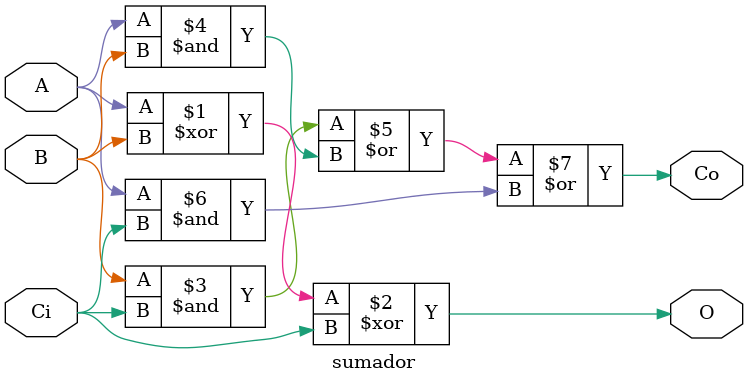
<source format=v>
`timescale 1ns / 1ps


module sumador(A, B, Ci,O, Co);

input A,B,Ci;
output O,Co;

assign O = A^B^Ci;
assign Co = (B&Ci)|(A&B)|(A&Ci);
  
endmodule


</source>
